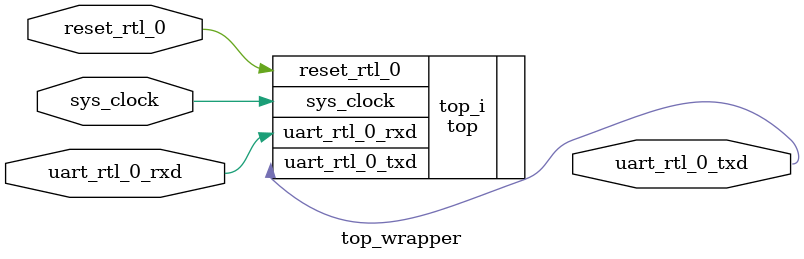
<source format=v>
`timescale 1 ps / 1 ps

module top_wrapper
   (reset_rtl_0,
    sys_clock,
    uart_rtl_0_rxd,
    uart_rtl_0_txd);
  input reset_rtl_0;
  input sys_clock;
  input uart_rtl_0_rxd;
  output uart_rtl_0_txd;

  wire reset_rtl_0;
  wire sys_clock;
  wire uart_rtl_0_rxd;
  wire uart_rtl_0_txd;

  top top_i
       (.reset_rtl_0(reset_rtl_0),
        .sys_clock(sys_clock),
        .uart_rtl_0_rxd(uart_rtl_0_rxd),
        .uart_rtl_0_txd(uart_rtl_0_txd));
endmodule

</source>
